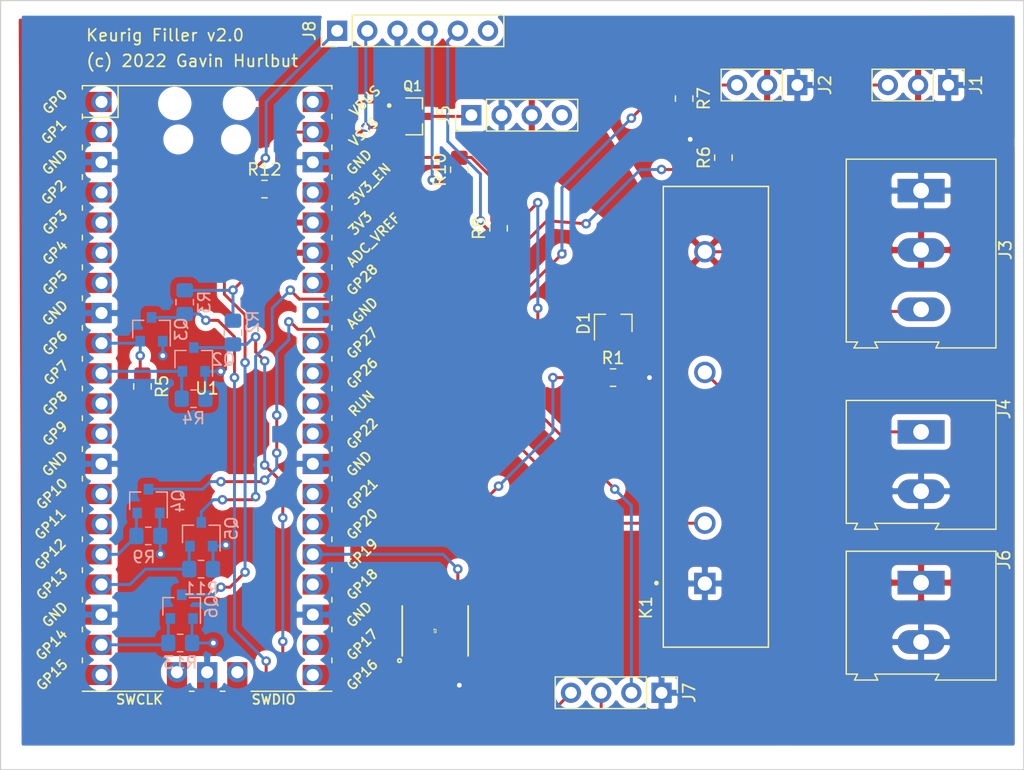
<source format=kicad_pcb>
(kicad_pcb (version 20171130) (host pcbnew "(5.1.9)-1")
  (layers (0 F.Cu signal) (31 B.Cu signal) (34 B.Paste user) (35 F.Paste user) (36 B.SilkS user) (37 F.SilkS user) (38 B.Mask user) (39 F.Mask user) (44 Edge.Cuts user))
  (net 0 "")
  (net 1 "Net-(D1-Pad1)")
  (net 2 FLOW_PULSE)
  (net 3 ADC1)
  (net 4 +3V3)
  (net 5 GND)
  (net 6 ADC0)
  (net 7 +12V)
  (net 8 "Net-(J5-Pad1)")
  (net 9 "Net-(J4-Pad1)")
  (net 10 PUMP_EN)
  (net 11 +5V)
  (net 12 VBUS)
  (net 13 "Net-(U1-Pad43)")
  (net 14 "Net-(U1-Pad41)")
  (net 15 MISO0)
  (net 16 SPI_CS0)
  (net 17 SCK0)
  (net 18 ~RESET)
  (net 19 "Net-(U1-Pad37)")
  (net 20 "Net-(U1-Pad20)")
  (net 21 "Net-(U1-Pad15)")
  (net 22 "Net-(U1-Pad14)")
  (net 23 "Net-(U1-Pad12)")
  (net 24 "Net-(U1-Pad11)")
  (net 25 SCL0)
  (net 26 SDA0)
  (net 27 "Net-(U1-Pad7)")
  (net 28 "Net-(U1-Pad6)")
  (net 29 "Net-(U1-Pad5)")
  (net 30 "Net-(U1-Pad4)")
  (net 31 UART_RX0)
  (net 32 UART_TX0)
  (net 33 SDA_5V)
  (net 34 SCL_5V)
  (net 35 MOSI0)
  (net 36 HC05_RX)
  (net 37 HC05_TX)
  (net 38 ~HC05_KEY)
  (net 39 ~UART_KEY)
  (net 40 "Net-(U1-Pad2)")
  (net 41 "Net-(U1-Pad1)")
  (net 42 "Net-(U1-Pad34)")
  (net 43 "Net-(U1-Pad27)")
  (module Resistor_SMD:R_0805_2012Metric_Pad1.20x1.40mm_HandSolder (layer B.Cu) (at 37.211 75.946)
    (fp_text reference R13 (at 0 1.65) (layer B.SilkS) (effects (justify mirror)))
    (fp_text value 4k7)
    (pad 2 smd roundrect (at 1 0) (size 1.2 1.4) (layers B.Cu B.Paste B.Mask) (roundrect_rratio 0.208333) (net 4 +3V3))
    (pad 1 smd roundrect (at -1 0) (size 1.2 1.4) (layers B.Cu B.Paste B.Mask) (roundrect_rratio 0.208333) (net 39 ~UART_KEY))
  )
  (module Resistor_SMD:R_0805_2012Metric_Pad1.20x1.40mm_HandSolder (layer F.Cu) (at 44.307 37.719)
    (fp_text reference R12 (at 0 -1.65) (layer F.SilkS))
    (fp_text value 4k7)
    (pad 2 smd roundrect (at 1 0) (size 1.2 1.4) (layers F.Cu F.Paste F.Mask) (roundrect_rratio 0.208333) (net 11 +5V))
    (pad 1 smd roundrect (at -1 0) (size 1.2 1.4) (layers F.Cu F.Paste F.Mask) (roundrect_rratio 0.208333) (net 38 ~HC05_KEY))
  )
  (module Resistor_SMD:R_0805_2012Metric_Pad1.20x1.40mm_HandSolder (layer B.Cu) (at 38.973 69.723)
    (fp_text reference R11 (at 0 1.65) (layer B.SilkS) (effects (justify mirror)))
    (fp_text value 4k7)
    (pad 2 smd roundrect (at 1 0) (size 1.2 1.4) (layers B.Cu B.Paste B.Mask) (roundrect_rratio 0.208333) (net 4 +3V3))
    (pad 1 smd roundrect (at -1 0) (size 1.2 1.4) (layers B.Cu B.Paste B.Mask) (roundrect_rratio 0.208333) (net 31 UART_RX0))
  )
  (module Resistor_SMD:R_0805_2012Metric_Pad1.20x1.40mm_HandSolder (layer F.Cu) (at 60.706 36.084 90)
    (fp_text reference R10 (at 0 -1.65 90) (layer F.SilkS))
    (fp_text value 4k7)
    (pad 2 smd roundrect (at 1 0 90) (size 1.2 1.4) (layers F.Cu F.Paste F.Mask) (roundrect_rratio 0.208333) (net 11 +5V))
    (pad 1 smd roundrect (at -1 0 90) (size 1.2 1.4) (layers F.Cu F.Paste F.Mask) (roundrect_rratio 0.208333) (net 37 HC05_TX))
  )
  (module Resistor_SMD:R_0805_2012Metric_Pad1.20x1.40mm_HandSolder (layer B.Cu) (at 34.528 66.929)
    (fp_text reference R9 (at -0.365 1.778) (layer B.SilkS) (effects (justify mirror)))
    (fp_text value 4k7)
    (pad 2 smd roundrect (at 1 0) (size 1.2 1.4) (layers B.Cu B.Paste B.Mask) (roundrect_rratio 0.208333) (net 4 +3V3))
    (pad 1 smd roundrect (at -1 0) (size 1.2 1.4) (layers B.Cu B.Paste B.Mask) (roundrect_rratio 0.208333) (net 32 UART_TX0))
  )
  (module Resistor_SMD:R_0805_2012Metric_Pad1.20x1.40mm_HandSolder (layer F.Cu) (at 64.008 41.021 90)
    (fp_text reference R8 (at 0 -1.65 90) (layer F.SilkS))
    (fp_text value 4k7)
    (pad 2 smd roundrect (at 1 0 90) (size 1.2 1.4) (layers F.Cu F.Paste F.Mask) (roundrect_rratio 0.208333) (net 11 +5V))
    (pad 1 smd roundrect (at -1 0 90) (size 1.2 1.4) (layers F.Cu F.Paste F.Mask) (roundrect_rratio 0.208333) (net 36 HC05_RX))
  )
  (module Package_TO_SOT_SMD:SOT-23 (layer B.Cu) (at 37.338 72.882 90)
    (fp_text reference Q6 (at 0 2.5 90) (layer B.SilkS) (effects (justify mirror)))
    (fp_text value 2N7002)
    (pad 3 smd rect (at 1 0 90) (size 0.9 0.8) (layers B.Cu B.Paste B.Mask) (net 38 ~HC05_KEY))
    (pad 2 smd rect (at -1 -0.95 90) (size 0.9 0.8) (layers B.Cu B.Paste B.Mask) (net 39 ~UART_KEY))
    (pad 1 smd rect (at -1 0.95 90) (size 0.9 0.8) (layers B.Cu B.Paste B.Mask) (net 4 +3V3))
  )
  (module Package_TO_SOT_SMD:SOT-23 (layer B.Cu) (at 38.989 66.786 90)
    (fp_text reference Q5 (at 0.492 2.54 90) (layer B.SilkS) (effects (justify mirror)))
    (fp_text value 2N7002)
    (pad 3 smd rect (at 1 0 90) (size 0.9 0.8) (layers B.Cu B.Paste B.Mask) (net 37 HC05_TX))
    (pad 2 smd rect (at -1 -0.95 90) (size 0.9 0.8) (layers B.Cu B.Paste B.Mask) (net 31 UART_RX0))
    (pad 1 smd rect (at -1 0.95 90) (size 0.9 0.8) (layers B.Cu B.Paste B.Mask) (net 4 +3V3))
  )
  (module Package_TO_SOT_SMD:SOT-23 (layer B.Cu) (at 34.544 63.992 90)
    (fp_text reference Q4 (at 0 2.5 90) (layer B.SilkS) (effects (justify mirror)))
    (fp_text value 2N7002)
    (pad 3 smd rect (at 1 0 90) (size 0.9 0.8) (layers B.Cu B.Paste B.Mask) (net 36 HC05_RX))
    (pad 2 smd rect (at -1 -0.95 90) (size 0.9 0.8) (layers B.Cu B.Paste B.Mask) (net 32 UART_TX0))
    (pad 1 smd rect (at -1 0.95 90) (size 0.9 0.8) (layers B.Cu B.Paste B.Mask) (net 4 +3V3))
  )
  (module Connector_PinHeader_2.54mm:PinHeader_1x06_P2.54mm_Vertical (layer F.Cu) (at 50.419 24.384 90)
    (fp_text reference J8 (at 0 -2.33 90) (layer F.SilkS))
    (fp_text value "To HC-05 Module")
    (pad 6 thru_hole oval (at 0 12.7 90) (size 1.7 1.7) (drill 1) (layers *.Cu *.Mask))
    (pad 5 thru_hole oval (at 0 10.16 90) (size 1.7 1.7) (drill 1) (layers *.Cu *.Mask) (net 36 HC05_RX))
    (pad 4 thru_hole oval (at 0 7.62 90) (size 1.7 1.7) (drill 1) (layers *.Cu *.Mask) (net 37 HC05_TX))
    (pad 3 thru_hole oval (at 0 5.08 90) (size 1.7 1.7) (drill 1) (layers *.Cu *.Mask) (net 5 GND))
    (pad 2 thru_hole oval (at 0 2.54 90) (size 1.7 1.7) (drill 1) (layers *.Cu *.Mask) (net 11 +5V))
    (pad 1 thru_hole rect (at 0 0 90) (size 1.7 1.7) (drill 1) (layers *.Cu *.Mask) (net 38 ~HC05_KEY))
  )
  (module "SnapEDA Library:SOIC127P600X155-8_R159_68_374R15" (layer F.Cu) (at 58.674 74.93 90)
    (fp_text reference U2 (at 0 0 90) (layer F.SilkS) (effects (font (size 0.2 0.2))))
    (fp_text value MB85RS64V)
    (pad 8 smd roundrect (at 2.665 -1.905 90) (size 1.59 0.68) (layers F.Cu F.Paste) (roundrect_rratio 0.17) (net 4 +3V3))
    (pad 7 smd roundrect (at 2.665 -0.635 90) (size 1.59 0.68) (layers F.Cu F.Paste) (roundrect_rratio 0.17) (net 4 +3V3))
    (pad 6 smd roundrect (at 2.665 0.635 90) (size 1.59 0.68) (layers F.Cu F.Paste) (roundrect_rratio 0.17) (net 17 SCK0))
    (pad 5 smd roundrect (at 2.665 1.905 90) (size 1.59 0.68) (layers F.Cu F.Paste) (roundrect_rratio 0.17) (net 35 MOSI0))
    (pad 4 smd roundrect (at -2.665 1.905 90) (size 1.59 0.68) (layers F.Cu F.Paste) (roundrect_rratio 0.17) (net 5 GND))
    (pad 3 smd roundrect (at -2.665 0.635 90) (size 1.59 0.68) (layers F.Cu F.Paste) (roundrect_rratio 0.17) (net 4 +3V3))
    (pad 2 smd roundrect (at -2.665 -0.635 90) (size 1.59 0.68) (layers F.Cu F.Paste) (roundrect_rratio 0.17) (net 15 MISO0))
    (pad 1 smd roundrect (at -2.665 -1.905 90) (size 1.59 0.68) (layers F.Cu F.Paste) (roundrect_rratio 0.17) (net 16 SPI_CS0))
  )
  (module Resistor_SMD:R_0805_2012Metric_Pad1.20x1.40mm_HandSolder (layer F.Cu) (at 79.629 30.099 270)
    (fp_text reference R7 (at 0 -1.65 90) (layer F.SilkS))
    (fp_text value 1k)
    (pad 2 smd roundrect (at 1 0 270) (size 1.2 1.4) (layers F.Cu F.Paste F.Mask) (roundrect_rratio 0.208333) (net 5 GND))
    (pad 1 smd roundrect (at -1 0 270) (size 1.2 1.4) (layers F.Cu F.Paste F.Mask) (roundrect_rratio 0.208333) (net 6 ADC0))
  )
  (module Resistor_SMD:R_0805_2012Metric_Pad1.20x1.40mm_HandSolder (layer F.Cu) (at 82.931 35.068 90)
    (fp_text reference R6 (at 0 -1.65 90) (layer F.SilkS))
    (fp_text value 1k)
    (pad 2 smd roundrect (at 1 0 90) (size 1.2 1.4) (layers F.Cu F.Paste F.Mask) (roundrect_rratio 0.208333) (net 5 GND))
    (pad 1 smd roundrect (at -1 0 90) (size 1.2 1.4) (layers F.Cu F.Paste F.Mask) (roundrect_rratio 0.208333) (net 3 ADC1))
  )
  (module Resistor_SMD:R_0805_2012Metric_Pad1.20x1.40mm_HandSolder (layer F.Cu) (at 34.036 54.34 270)
    (fp_text reference R5 (at 0 -1.65 90) (layer F.SilkS))
    (fp_text value 4k7)
    (pad 2 smd roundrect (at 1 0 270) (size 1.2 1.4) (layers F.Cu F.Paste F.Mask) (roundrect_rratio 0.208333) (net 4 +3V3))
    (pad 1 smd roundrect (at -1 0 270) (size 1.2 1.4) (layers F.Cu F.Paste F.Mask) (roundrect_rratio 0.208333) (net 26 SDA0))
  )
  (module Resistor_SMD:R_0805_2012Metric_Pad1.20x1.40mm_HandSolder (layer B.Cu) (at 38.338 55.372)
    (fp_text reference R4 (at 0 1.65) (layer B.SilkS) (effects (justify mirror)))
    (fp_text value 4k7)
    (pad 2 smd roundrect (at 1 0) (size 1.2 1.4) (layers B.Cu B.Paste B.Mask) (roundrect_rratio 0.208333) (net 4 +3V3))
    (pad 1 smd roundrect (at -1 0) (size 1.2 1.4) (layers B.Cu B.Paste B.Mask) (roundrect_rratio 0.208333) (net 25 SCL0))
  )
  (module Resistor_SMD:R_0805_2012Metric_Pad1.20x1.40mm_HandSolder (layer B.Cu) (at 37.592 47.244 90)
    (fp_text reference R3 (at 0 1.65 90) (layer B.SilkS) (effects (justify mirror)))
    (fp_text value 4k7)
    (pad 2 smd roundrect (at 1 0 90) (size 1.2 1.4) (layers B.Cu B.Paste B.Mask) (roundrect_rratio 0.208333) (net 11 +5V))
    (pad 1 smd roundrect (at -1 0 90) (size 1.2 1.4) (layers B.Cu B.Paste B.Mask) (roundrect_rratio 0.208333) (net 33 SDA_5V))
  )
  (module Resistor_SMD:R_0805_2012Metric_Pad1.20x1.40mm_HandSolder (layer B.Cu) (at 41.656 49.8 90)
    (fp_text reference R2 (at 0.905 1.65 90) (layer B.SilkS) (effects (justify mirror)))
    (fp_text value 4k7)
    (pad 2 smd roundrect (at 1 0 90) (size 1.2 1.4) (layers B.Cu B.Paste B.Mask) (roundrect_rratio 0.208333) (net 11 +5V))
    (pad 1 smd roundrect (at -1 0 90) (size 1.2 1.4) (layers B.Cu B.Paste B.Mask) (roundrect_rratio 0.208333) (net 34 SCL_5V))
  )
  (module Package_TO_SOT_SMD:SOT-23 (layer B.Cu) (at 34.798 49.53 90)
    (fp_text reference Q3 (at 0 2.5 90) (layer B.SilkS) (effects (justify mirror)))
    (fp_text value 2N7002)
    (pad 3 smd rect (at 1 0 90) (size 0.9 0.8) (layers B.Cu B.Paste B.Mask) (net 33 SDA_5V))
    (pad 2 smd rect (at -1 -0.95 90) (size 0.9 0.8) (layers B.Cu B.Paste B.Mask) (net 26 SDA0))
    (pad 1 smd rect (at -1 0.95 90) (size 0.9 0.8) (layers B.Cu B.Paste B.Mask) (net 4 +3V3))
  )
  (module Package_TO_SOT_SMD:SOT-23 (layer B.Cu) (at 38.354 52.07 90)
    (fp_text reference Q2 (at 0 2.5 180) (layer B.SilkS) (effects (justify mirror)))
    (fp_text value 2N7002)
    (pad 3 smd rect (at 1 0 90) (size 0.9 0.8) (layers B.Cu B.Paste B.Mask) (net 34 SCL_5V))
    (pad 2 smd rect (at -1 -0.95 90) (size 0.9 0.8) (layers B.Cu B.Paste B.Mask) (net 25 SCL0))
    (pad 1 smd rect (at -1 0.95 90) (size 0.9 0.8) (layers B.Cu B.Paste B.Mask) (net 4 +3V3))
  )
  (module Connector_PinHeader_2.54mm:PinHeader_1x04_P2.54mm_Vertical (layer F.Cu) (at 77.724 80.137 270)
    (fp_text reference J7 (at 0 -2.33 90) (layer F.SilkS))
    (fp_text value "To LCD Module")
    (pad 4 thru_hole oval (at 0 7.62 270) (size 1.7 1.7) (drill 1) (layers *.Cu *.Mask) (net 34 SCL_5V))
    (pad 3 thru_hole oval (at 0 5.08 270) (size 1.7 1.7) (drill 1) (layers *.Cu *.Mask) (net 33 SDA_5V))
    (pad 2 thru_hole oval (at 0 2.54 270) (size 1.7 1.7) (drill 1) (layers *.Cu *.Mask) (net 11 +5V))
    (pad 1 thru_hole rect (at 0 0 270) (size 1.7 1.7) (drill 1) (layers *.Cu *.Mask) (net 5 GND))
  )
  (module github-RP-Pico:RPi_Pico_SMD_TH (layer F.Cu) (at 39.48 54.508001)
    (fp_text reference U1 (at 0 0) (layer F.SilkS))
    (fp_text value Pico)
    (fp_text user SWDIO (at 5.6 26.2) (layer F.SilkS) (effects (font (size 0.8 0.8))))
    (fp_text user SWCLK (at -5.7 26.2) (layer F.SilkS) (effects (font (size 0.8 0.8))))
    (fp_text user AGND (at 13.054 -6.35 45) (layer F.SilkS) (effects (font (size 0.8 0.8))))
    (fp_text user GND (at 12.8 -19.05 45) (layer F.SilkS) (effects (font (size 0.8 0.8))))
    (fp_text user GND (at 12.8 6.35 45) (layer F.SilkS) (effects (font (size 0.8 0.8))))
    (fp_text user GND (at 12.8 19.05 45) (layer F.SilkS) (effects (font (size 0.8 0.8))))
    (fp_text user GND (at -12.8 19.05 45) (layer F.SilkS) (effects (font (size 0.8 0.8))))
    (fp_text user GND (at -12.8 6.35 45) (layer F.SilkS) (effects (font (size 0.8 0.8))))
    (fp_text user GND (at -12.8 -6.35 45) (layer F.SilkS) (effects (font (size 0.8 0.8))))
    (fp_text user GND (at -12.8 -19.05 45) (layer F.SilkS) (effects (font (size 0.8 0.8))))
    (fp_text user VBUS (at 13.3 -24.2 45) (layer F.SilkS) (effects (font (size 0.8 0.8))))
    (fp_text user VSYS (at 13.2 -21.59 45) (layer F.SilkS) (effects (font (size 0.8 0.8))))
    (fp_text user 3V3_EN (at 13.7 -17.2 45) (layer F.SilkS) (effects (font (size 0.8 0.8))))
    (fp_text user 3V3 (at 12.9 -13.9 45) (layer F.SilkS) (effects (font (size 0.8 0.8))))
    (fp_text user ADC_VREF (at 14 -12.5 45) (layer F.SilkS) (effects (font (size 0.8 0.8))))
    (fp_text user GP28 (at 13.054 -9.144 45) (layer F.SilkS) (effects (font (size 0.8 0.8))))
    (fp_text user GP27 (at 13.054 -3.8 45) (layer F.SilkS) (effects (font (size 0.8 0.8))))
    (fp_text user GP26 (at 13.054 -1.27 45) (layer F.SilkS) (effects (font (size 0.8 0.8))))
    (fp_text user RUN (at 13 1.27 45) (layer F.SilkS) (effects (font (size 0.8 0.8))))
    (fp_text user GP22 (at 13.054 3.81 45) (layer F.SilkS) (effects (font (size 0.8 0.8))))
    (fp_text user GP21 (at 13.054 8.9 45) (layer F.SilkS) (effects (font (size 0.8 0.8))))
    (fp_text user GP20 (at 13.054 11.43 45) (layer F.SilkS) (effects (font (size 0.8 0.8))))
    (fp_text user GP19 (at 13.054 13.97 45) (layer F.SilkS) (effects (font (size 0.8 0.8))))
    (fp_text user GP18 (at 13.054 16.51 45) (layer F.SilkS) (effects (font (size 0.8 0.8))))
    (fp_text user GP17 (at 13.054 21.59 45) (layer F.SilkS) (effects (font (size 0.8 0.8))))
    (fp_text user GP16 (at 13.054 24.13 45) (layer F.SilkS) (effects (font (size 0.8 0.8))))
    (fp_text user GP15 (at -13.054 24.13 45) (layer F.SilkS) (effects (font (size 0.8 0.8))))
    (fp_text user GP14 (at -13.1 21.59 45) (layer F.SilkS) (effects (font (size 0.8 0.8))))
    (fp_text user GP13 (at -13.054 16.51 45) (layer F.SilkS) (effects (font (size 0.8 0.8))))
    (fp_text user GP12 (at -13.2 13.97 45) (layer F.SilkS) (effects (font (size 0.8 0.8))))
    (fp_text user GP11 (at -13.2 11.43 45) (layer F.SilkS) (effects (font (size 0.8 0.8))))
    (fp_text user GP10 (at -13.054 8.89 45) (layer F.SilkS) (effects (font (size 0.8 0.8))))
    (fp_text user GP9 (at -12.8 3.81 45) (layer F.SilkS) (effects (font (size 0.8 0.8))))
    (fp_text user GP8 (at -12.8 1.27 45) (layer F.SilkS) (effects (font (size 0.8 0.8))))
    (fp_text user GP7 (at -12.7 -1.3 45) (layer F.SilkS) (effects (font (size 0.8 0.8))))
    (fp_text user GP6 (at -12.8 -3.81 45) (layer F.SilkS) (effects (font (size 0.8 0.8))))
    (fp_text user GP5 (at -12.8 -8.89 45) (layer F.SilkS) (effects (font (size 0.8 0.8))))
    (fp_text user GP4 (at -12.8 -11.43 45) (layer F.SilkS) (effects (font (size 0.8 0.8))))
    (fp_text user GP3 (at -12.8 -13.97 45) (layer F.SilkS) (effects (font (size 0.8 0.8))))
    (fp_text user GP0 (at -12.8 -24.13 45) (layer F.SilkS) (effects (font (size 0.8 0.8))))
    (fp_text user GP2 (at -12.9 -16.51 45) (layer F.SilkS) (effects (font (size 0.8 0.8))))
    (fp_text user GP1 (at -12.9 -21.6 45) (layer F.SilkS) (effects (font (size 0.8 0.8))))
    (pad 43 thru_hole oval (at 2.54 23.9) (size 1.7 1.7) (drill 1.02) (layers *.Cu *.Mask) (net 13 "Net-(U1-Pad43)"))
    (pad 43 smd rect (at 2.54 23.9 90) (size 3.5 1.7) (drill (offset -0.9 0)) (layers F.Cu F.Mask) (net 13 "Net-(U1-Pad43)"))
    (pad 42 thru_hole rect (at 0 23.9) (size 1.7 1.7) (drill 1.02) (layers *.Cu *.Mask) (net 5 GND))
    (pad 42 smd rect (at 0 23.9 90) (size 3.5 1.7) (drill (offset -0.9 0)) (layers F.Cu F.Mask) (net 5 GND))
    (pad 41 thru_hole oval (at -2.54 23.9) (size 1.7 1.7) (drill 1.02) (layers *.Cu *.Mask) (net 14 "Net-(U1-Pad41)"))
    (pad 41 smd rect (at -2.54 23.9 90) (size 3.5 1.7) (drill (offset -0.9 0)) (layers F.Cu F.Mask) (net 14 "Net-(U1-Pad41)"))
    (pad "" np_thru_hole oval (at 2.425 -20.97) (size 1.5 1.5) (drill 1.5) (layers *.Cu *.Mask))
    (pad "" np_thru_hole oval (at -2.425 -20.97) (size 1.5 1.5) (drill 1.5) (layers *.Cu *.Mask))
    (pad "" np_thru_hole oval (at 2.725 -24) (size 1.8 1.8) (drill 1.8) (layers *.Cu *.Mask))
    (pad "" np_thru_hole oval (at -2.725 -24) (size 1.8 1.8) (drill 1.8) (layers *.Cu *.Mask))
    (pad 21 smd rect (at 8.89 24.13) (size 3.5 1.7) (drill (offset 0.9 0)) (layers F.Cu F.Mask) (net 15 MISO0))
    (pad 22 smd rect (at 8.89 21.59) (size 3.5 1.7) (drill (offset 0.9 0)) (layers F.Cu F.Mask) (net 16 SPI_CS0))
    (pad 23 smd rect (at 8.89 19.05) (size 3.5 1.7) (drill (offset 0.9 0)) (layers F.Cu F.Mask) (net 5 GND))
    (pad 24 smd rect (at 8.89 16.51) (size 3.5 1.7) (drill (offset 0.9 0)) (layers F.Cu F.Mask) (net 17 SCK0))
    (pad 25 smd rect (at 8.89 13.97) (size 3.5 1.7) (drill (offset 0.9 0)) (layers F.Cu F.Mask) (net 35 MOSI0))
    (pad 26 smd rect (at 8.89 11.43) (size 3.5 1.7) (drill (offset 0.9 0)) (layers F.Cu F.Mask) (net 2 FLOW_PULSE))
    (pad 27 smd rect (at 8.89 8.89) (size 3.5 1.7) (drill (offset 0.9 0)) (layers F.Cu F.Mask) (net 43 "Net-(U1-Pad27)"))
    (pad 28 smd rect (at 8.89 6.35) (size 3.5 1.7) (drill (offset 0.9 0)) (layers F.Cu F.Mask) (net 5 GND))
    (pad 29 smd rect (at 8.89 3.81) (size 3.5 1.7) (drill (offset 0.9 0)) (layers F.Cu F.Mask) (net 10 PUMP_EN))
    (pad 30 smd rect (at 8.89 1.27) (size 3.5 1.7) (drill (offset 0.9 0)) (layers F.Cu F.Mask) (net 18 ~RESET))
    (pad 31 smd rect (at 8.89 -1.27) (size 3.5 1.7) (drill (offset 0.9 0)) (layers F.Cu F.Mask) (net 6 ADC0))
    (pad 32 smd rect (at 8.89 -3.81) (size 3.5 1.7) (drill (offset 0.9 0)) (layers F.Cu F.Mask) (net 3 ADC1))
    (pad 33 smd rect (at 8.89 -6.35) (size 3.5 1.7) (drill (offset 0.9 0)) (layers F.Cu F.Mask) (net 5 GND))
    (pad 34 smd rect (at 8.89 -8.89) (size 3.5 1.7) (drill (offset 0.9 0)) (layers F.Cu F.Mask) (net 42 "Net-(U1-Pad34)"))
    (pad 35 smd rect (at 8.89 -11.43) (size 3.5 1.7) (drill (offset 0.9 0)) (layers F.Cu F.Mask) (net 4 +3V3))
    (pad 36 smd rect (at 8.89 -13.97) (size 3.5 1.7) (drill (offset 0.9 0)) (layers F.Cu F.Mask) (net 4 +3V3))
    (pad 37 smd rect (at 8.89 -16.51) (size 3.5 1.7) (drill (offset 0.9 0)) (layers F.Cu F.Mask) (net 19 "Net-(U1-Pad37)"))
    (pad 38 smd rect (at 8.89 -19.05) (size 3.5 1.7) (drill (offset 0.9 0)) (layers F.Cu F.Mask) (net 5 GND))
    (pad 39 smd rect (at 8.89 -21.59) (size 3.5 1.7) (drill (offset 0.9 0)) (layers F.Cu F.Mask) (net 11 +5V))
    (pad 40 smd rect (at 8.89 -24.13) (size 3.5 1.7) (drill (offset 0.9 0)) (layers F.Cu F.Mask) (net 12 VBUS))
    (pad 20 smd rect (at -8.89 24.13) (size 3.5 1.7) (drill (offset -0.9 0)) (layers F.Cu F.Mask) (net 20 "Net-(U1-Pad20)"))
    (pad 19 smd rect (at -8.89 21.59) (size 3.5 1.7) (drill (offset -0.9 0)) (layers F.Cu F.Mask) (net 39 ~UART_KEY))
    (pad 18 smd rect (at -8.89 19.05) (size 3.5 1.7) (drill (offset -0.9 0)) (layers F.Cu F.Mask) (net 5 GND))
    (pad 17 smd rect (at -8.89 16.51) (size 3.5 1.7) (drill (offset -0.9 0)) (layers F.Cu F.Mask) (net 31 UART_RX0))
    (pad 16 smd rect (at -8.89 13.97) (size 3.5 1.7) (drill (offset -0.9 0)) (layers F.Cu F.Mask) (net 32 UART_TX0))
    (pad 15 smd rect (at -8.89 11.43) (size 3.5 1.7) (drill (offset -0.9 0)) (layers F.Cu F.Mask) (net 21 "Net-(U1-Pad15)"))
    (pad 14 smd rect (at -8.89 8.89) (size 3.5 1.7) (drill (offset -0.9 0)) (layers F.Cu F.Mask) (net 22 "Net-(U1-Pad14)"))
    (pad 13 smd rect (at -8.89 6.35) (size 3.5 1.7) (drill (offset -0.9 0)) (layers F.Cu F.Mask) (net 5 GND))
    (pad 12 smd rect (at -8.89 3.81) (size 3.5 1.7) (drill (offset -0.9 0)) (layers F.Cu F.Mask) (net 23 "Net-(U1-Pad12)"))
    (pad 11 smd rect (at -8.89 1.27) (size 3.5 1.7) (drill (offset -0.9 0)) (layers F.Cu F.Mask) (net 24 "Net-(U1-Pad11)"))
    (pad 10 smd rect (at -8.89 -1.27) (size 3.5 1.7) (drill (offset -0.9 0)) (layers F.Cu F.Mask) (net 25 SCL0))
    (pad 9 smd rect (at -8.89 -3.81) (size 3.5 1.7) (drill (offset -0.9 0)) (layers F.Cu F.Mask) (net 26 SDA0))
    (pad 8 smd rect (at -8.89 -6.35) (size 3.5 1.7) (drill (offset -0.9 0)) (layers F.Cu F.Mask) (net 5 GND))
    (pad 7 smd rect (at -8.89 -8.89) (size 3.5 1.7) (drill (offset -0.9 0)) (layers F.Cu F.Mask) (net 27 "Net-(U1-Pad7)"))
    (pad 6 smd rect (at -8.89 -11.43) (size 3.5 1.7) (drill (offset -0.9 0)) (layers F.Cu F.Mask) (net 28 "Net-(U1-Pad6)"))
    (pad 5 smd rect (at -8.89 -13.97) (size 3.5 1.7) (drill (offset -0.9 0)) (layers F.Cu F.Mask) (net 29 "Net-(U1-Pad5)"))
    (pad 4 smd rect (at -8.89 -16.51) (size 3.5 1.7) (drill (offset -0.9 0)) (layers F.Cu F.Mask) (net 30 "Net-(U1-Pad4)"))
    (pad 3 smd rect (at -8.89 -19.05) (size 3.5 1.7) (drill (offset -0.9 0)) (layers F.Cu F.Mask) (net 5 GND))
    (pad 2 smd rect (at -8.89 -21.59) (size 3.5 1.7) (drill (offset -0.9 0)) (layers F.Cu F.Mask) (net 40 "Net-(U1-Pad2)"))
    (pad 1 smd rect (at -8.89 -24.13) (size 3.5 1.7) (drill (offset -0.9 0)) (layers F.Cu F.Mask) (net 41 "Net-(U1-Pad1)"))
    (pad 40 thru_hole oval (at 8.89 -24.13) (size 1.7 1.7) (drill 1.02) (layers *.Cu *.Mask) (net 12 VBUS))
    (pad 39 thru_hole oval (at 8.89 -21.59) (size 1.7 1.7) (drill 1.02) (layers *.Cu *.Mask) (net 11 +5V))
    (pad 38 thru_hole rect (at 8.89 -19.05) (size 1.7 1.7) (drill 1.02) (layers *.Cu *.Mask) (net 5 GND))
    (pad 37 thru_hole oval (at 8.89 -16.51) (size 1.7 1.7) (drill 1.02) (layers *.Cu *.Mask) (net 19 "Net-(U1-Pad37)"))
    (pad 36 thru_hole oval (at 8.89 -13.97) (size 1.7 1.7) (drill 1.02) (layers *.Cu *.Mask) (net 4 +3V3))
    (pad 35 thru_hole oval (at 8.89 -11.43) (size 1.7 1.7) (drill 1.02) (layers *.Cu *.Mask) (net 4 +3V3))
    (pad 34 thru_hole oval (at 8.89 -8.89) (size 1.7 1.7) (drill 1.02) (layers *.Cu *.Mask) (net 42 "Net-(U1-Pad34)"))
    (pad 33 thru_hole rect (at 8.89 -6.35) (size 1.7 1.7) (drill 1.02) (layers *.Cu *.Mask) (net 5 GND))
    (pad 32 thru_hole oval (at 8.89 -3.81) (size 1.7 1.7) (drill 1.02) (layers *.Cu *.Mask) (net 3 ADC1))
    (pad 31 thru_hole oval (at 8.89 -1.27) (size 1.7 1.7) (drill 1.02) (layers *.Cu *.Mask) (net 6 ADC0))
    (pad 30 thru_hole oval (at 8.89 1.27) (size 1.7 1.7) (drill 1.02) (layers *.Cu *.Mask) (net 18 ~RESET))
    (pad 29 thru_hole oval (at 8.89 3.81) (size 1.7 1.7) (drill 1.02) (layers *.Cu *.Mask) (net 10 PUMP_EN))
    (pad 28 thru_hole rect (at 8.89 6.35) (size 1.7 1.7) (drill 1.02) (layers *.Cu *.Mask) (net 5 GND))
    (pad 27 thru_hole oval (at 8.89 8.89) (size 1.7 1.7) (drill 1.02) (layers *.Cu *.Mask) (net 43 "Net-(U1-Pad27)"))
    (pad 26 thru_hole oval (at 8.89 11.43) (size 1.7 1.7) (drill 1.02) (layers *.Cu *.Mask) (net 2 FLOW_PULSE))
    (pad 25 thru_hole oval (at 8.89 13.97) (size 1.7 1.7) (drill 1.02) (layers *.Cu *.Mask) (net 35 MOSI0))
    (pad 24 thru_hole oval (at 8.89 16.51) (size 1.7 1.7) (drill 1.02) (layers *.Cu *.Mask) (net 17 SCK0))
    (pad 23 thru_hole rect (at 8.89 19.05) (size 1.7 1.7) (drill 1.02) (layers *.Cu *.Mask) (net 5 GND))
    (pad 22 thru_hole oval (at 8.89 21.59) (size 1.7 1.7) (drill 1.02) (layers *.Cu *.Mask) (net 16 SPI_CS0))
    (pad 21 thru_hole oval (at 8.89 24.13) (size 1.7 1.7) (drill 1.02) (layers *.Cu *.Mask) (net 15 MISO0))
    (pad 20 thru_hole oval (at -8.89 24.13) (size 1.7 1.7) (drill 1.02) (layers *.Cu *.Mask) (net 20 "Net-(U1-Pad20)"))
    (pad 19 thru_hole oval (at -8.89 21.59) (size 1.7 1.7) (drill 1.02) (layers *.Cu *.Mask) (net 39 ~UART_KEY))
    (pad 18 thru_hole rect (at -8.89 19.05) (size 1.7 1.7) (drill 1.02) (layers *.Cu *.Mask) (net 5 GND))
    (pad 17 thru_hole oval (at -8.89 16.51) (size 1.7 1.7) (drill 1.02) (layers *.Cu *.Mask) (net 31 UART_RX0))
    (pad 16 thru_hole oval (at -8.89 13.97) (size 1.7 1.7) (drill 1.02) (layers *.Cu *.Mask) (net 32 UART_TX0))
    (pad 15 thru_hole oval (at -8.89 11.43) (size 1.7 1.7) (drill 1.02) (layers *.Cu *.Mask) (net 21 "Net-(U1-Pad15)"))
    (pad 14 thru_hole oval (at -8.89 8.89) (size 1.7 1.7) (drill 1.02) (layers *.Cu *.Mask) (net 22 "Net-(U1-Pad14)"))
    (pad 13 thru_hole rect (at -8.89 6.35) (size 1.7 1.7) (drill 1.02) (layers *.Cu *.Mask) (net 5 GND))
    (pad 12 thru_hole oval (at -8.89 3.81) (size 1.7 1.7) (drill 1.02) (layers *.Cu *.Mask) (net 23 "Net-(U1-Pad12)"))
    (pad 11 thru_hole oval (at -8.89 1.27) (size 1.7 1.7) (drill 1.02) (layers *.Cu *.Mask) (net 24 "Net-(U1-Pad11)"))
    (pad 10 thru_hole oval (at -8.89 -1.27) (size 1.7 1.7) (drill 1.02) (layers *.Cu *.Mask) (net 25 SCL0))
    (pad 9 thru_hole oval (at -8.89 -3.81) (size 1.7 1.7) (drill 1.02) (layers *.Cu *.Mask) (net 26 SDA0))
    (pad 8 thru_hole rect (at -8.89 -6.35) (size 1.7 1.7) (drill 1.02) (layers *.Cu *.Mask) (net 5 GND))
    (pad 7 thru_hole oval (at -8.89 -8.89) (size 1.7 1.7) (drill 1.02) (layers *.Cu *.Mask) (net 27 "Net-(U1-Pad7)"))
    (pad 6 thru_hole oval (at -8.89 -11.43) (size 1.7 1.7) (drill 1.02) (layers *.Cu *.Mask) (net 28 "Net-(U1-Pad6)"))
    (pad 5 thru_hole oval (at -8.89 -13.97) (size 1.7 1.7) (drill 1.02) (layers *.Cu *.Mask) (net 29 "Net-(U1-Pad5)"))
    (pad 4 thru_hole oval (at -8.89 -16.51) (size 1.7 1.7) (drill 1.02) (layers *.Cu *.Mask) (net 30 "Net-(U1-Pad4)"))
    (pad 3 thru_hole rect (at -8.89 -19.05) (size 1.7 1.7) (drill 1.02) (layers *.Cu *.Mask) (net 5 GND))
    (pad 2 thru_hole oval (at -8.89 -21.59) (size 1.7 1.7) (drill 1.02) (layers *.Cu *.Mask) (net 40 "Net-(U1-Pad2)"))
    (pad 1 thru_hole oval (at -8.89 -24.13) (size 1.7 1.7) (drill 1.02) (layers *.Cu *.Mask) (net 41 "Net-(U1-Pad1)"))
  )
  (module TerminalBlock:TerminalBlock_Altech_AK300-2_P5.00mm (layer F.Cu) (at 99.568 70.866 270)
    (fp_text reference J6 (at -1.92 -6.99 90) (layer F.SilkS))
    (fp_text value "To Power Adapter Jack")
    (pad 2 thru_hole oval (at 5 0 270) (size 1.98 3.96) (drill 1.32) (layers *.Cu *.Mask) (net 5 GND))
    (pad 1 thru_hole rect (at 0 0 270) (size 1.98 3.96) (drill 1.32) (layers *.Cu *.Mask) (net 7 +12V))
  )
  (module TerminalBlock:TerminalBlock_Altech_AK300-2_P5.00mm (layer F.Cu) (at 99.568 58.166 270)
    (fp_text reference J4 (at -1.92 -6.99 90) (layer F.SilkS))
    (fp_text value "To Water Pump")
    (pad 2 thru_hole oval (at 5 0 270) (size 1.98 3.96) (drill 1.32) (layers *.Cu *.Mask) (net 5 GND))
    (pad 1 thru_hole rect (at 0 0 270) (size 1.98 3.96) (drill 1.32) (layers *.Cu *.Mask) (net 9 "Net-(J4-Pad1)"))
  )
  (module TerminalBlock:TerminalBlock_Altech_AK300-3_P5.00mm (layer F.Cu) (at 99.568 37.846 270)
    (fp_text reference J3 (at 5 -7.1 90) (layer F.SilkS))
    (fp_text value "To Flow Sensor")
    (pad 3 thru_hole oval (at 10 0 270) (size 1.98 3.96) (drill 1.32) (layers *.Cu *.Mask) (net 1 "Net-(D1-Pad1)"))
    (pad 2 thru_hole oval (at 5 0 270) (size 1.98 3.96) (drill 1.32) (layers *.Cu *.Mask) (net 7 +12V))
    (pad 1 thru_hole rect (at 0 0 270) (size 1.98 3.96) (drill 1.32) (layers *.Cu *.Mask) (net 5 GND))
  )
  (module Resistor_SMD:R_0805_2012Metric_Pad1.20x1.40mm_HandSolder (layer F.Cu) (at 73.644 53.594)
    (fp_text reference R1 (at 0 -1.65) (layer F.SilkS))
    (fp_text value 10k)
    (pad 2 smd roundrect (at 1 0) (size 1.2 1.4) (layers F.Cu F.Paste F.Mask) (roundrect_rratio 0.2083325) (net 5 GND))
    (pad 1 smd roundrect (at -1 0) (size 1.2 1.4) (layers F.Cu F.Paste F.Mask) (roundrect_rratio 0.2083325) (net 2 FLOW_PULSE))
  )
  (module "SnapEDA Library:SOT91P240X110-3N_DMG2305UX-7" (layer F.Cu) (at 56.905 31.597)
    (fp_text reference Q1 (at -0.13 -2.548) (layer F.SilkS) (effects (font (size 0.8 0.8))))
    (fp_text value ‎SSM3J371R,LF‎)
    (pad 3 smd roundrect (at 1.025 0) (size 1.18 0.61) (layers F.Cu F.Paste F.Mask) (roundrect_rratio 0.08) (net 8 "Net-(J5-Pad1)"))
    (pad 2 smd roundrect (at -1.025 0.915) (size 1.18 0.61) (layers F.Cu F.Paste F.Mask) (roundrect_rratio 0.08) (net 11 +5V))
    (pad 1 smd roundrect (at -1.025 -0.915) (size 1.18 0.61) (layers F.Cu F.Paste F.Mask) (roundrect_rratio 0.08) (net 12 VBUS))
  )
  (module "SnapEDA Library:RELAY_KF0602D" (layer F.Cu) (at 82.296 56.896 90)
    (fp_text reference K1 (at -16.075 -5.885 90) (layer F.SilkS))
    (fp_text value KF0602D)
    (pad 4 thru_hole circle (at 13.9 -0.925 90) (size 1.8 1.8) (drill 1.2) (layers *.Cu *.Mask) (net 7 +12V))
    (pad 3 thru_hole circle (at 3.74 -0.925 90) (size 1.8 1.8) (drill 1.2) (layers *.Cu *.Mask) (net 9 "Net-(J4-Pad1)"))
    (pad 2 thru_hole circle (at -8.96 -0.925 90) (size 1.8 1.8) (drill 1.2) (layers *.Cu *.Mask) (net 10 PUMP_EN))
    (pad 1 thru_hole rect (at -14.04 -0.925 90) (size 1.8 1.8) (drill 1.2) (layers *.Cu *.Mask) (net 5 GND))
  )
  (module Connector_PinHeader_2.54mm:PinHeader_1x04_P2.54mm_Vertical (layer F.Cu) (at 61.722 31.496 90)
    (fp_text reference J5 (at 0 -2.33 90) (layer F.SilkS))
    (fp_text value "Voltage Regulator Board")
    (pad 4 thru_hole oval (at 0 7.62 90) (size 1.7 1.7) (drill 1) (layers *.Cu *.Mask))
    (pad 3 thru_hole oval (at 0 5.08 90) (size 1.7 1.7) (drill 1) (layers *.Cu *.Mask) (net 7 +12V))
    (pad 2 thru_hole oval (at 0 2.54 90) (size 1.7 1.7) (drill 1) (layers *.Cu *.Mask) (net 5 GND))
    (pad 1 thru_hole rect (at 0 0 90) (size 1.7 1.7) (drill 1) (layers *.Cu *.Mask) (net 8 "Net-(J5-Pad1)"))
  )
  (module Connector_PinHeader_2.54mm:PinHeader_1x03_P2.54mm_Vertical (layer F.Cu) (at 89.154 28.956 270)
    (fp_text reference J2 (at 0 -2.33 90) (layer F.SilkS))
    (fp_text value "To Level Sensor in Keurig")
    (pad 3 thru_hole oval (at 0 5.08 270) (size 1.7 1.7) (drill 1) (layers *.Cu *.Mask) (net 6 ADC0))
    (pad 2 thru_hole oval (at 0 2.54 270) (size 1.7 1.7) (drill 1) (layers *.Cu *.Mask) (net 4 +3V3))
    (pad 1 thru_hole rect (at 0 0 270) (size 1.7 1.7) (drill 1) (layers *.Cu *.Mask) (net 5 GND))
  )
  (module Connector_PinHeader_2.54mm:PinHeader_1x03_P2.54mm_Vertical (layer F.Cu) (at 101.854 28.956 270)
    (fp_text reference J1 (at 0 -2.33 90) (layer F.SilkS))
    (fp_text value "To Level Sensor in Source")
    (pad 3 thru_hole oval (at 0 5.08 270) (size 1.7 1.7) (drill 1) (layers *.Cu *.Mask) (net 3 ADC1))
    (pad 2 thru_hole oval (at 0 2.54 270) (size 1.7 1.7) (drill 1) (layers *.Cu *.Mask) (net 4 +3V3))
    (pad 1 thru_hole rect (at 0 0 270) (size 1.7 1.7) (drill 1) (layers *.Cu *.Mask) (net 5 GND))
  )
  (module Diode_SMD:D_SOT-23_ANK (layer F.Cu) (at 73.66 49.022 90)
    (fp_text reference D1 (at 0 -2.5 90) (layer F.SilkS))
    (fp_text value BZX84C3V3LT1G)
    (pad 1 smd rect (at 1 0 90) (size 0.9 0.8) (layers F.Cu F.Paste F.Mask) (net 1 "Net-(D1-Pad1)"))
    (pad "" smd rect (at -1 0.95 90) (size 0.9 0.8) (layers F.Cu F.Paste F.Mask))
    (pad 2 smd rect (at -1 -0.95 90) (size 0.9 0.8) (layers F.Cu F.Paste F.Mask) (net 2 FLOW_PULSE))
  )
  (gr_text "(c) 2022 Gavin Hurlbut" (at 38.227 26.924) (layer F.SilkS) (effects (font (size 1 1))))
  (gr_text "Keurig Filler v2.0" (at 35.941 24.765) (layer F.SilkS) (effects (font (size 1 1))))
  (gr_line (start 108.204 21.844) (end 108.204 86.614) (layer Edge.Cuts) (width 0.1))
  (gr_line (start 22.098 21.844) (end 108.204 21.844) (layer Edge.Cuts) (width 0.1))
  (gr_line (start 22.098 86.614) (end 22.098 21.844) (layer Edge.Cuts) (width 0.1))
  (gr_line (start 108.204 86.614) (end 22.098 86.614) (layer Edge.Cuts) (width 0.1))
  (segment (start 99.392 48.022) (end 99.568 47.846) (width 0.25) (layer F.Cu) (net 1))
  (segment (start 73.66 48.022) (end 99.392 48.022) (width 0.25) (layer F.Cu) (net 1))
  (segment (start 72.71 53.528) (end 72.644 53.594) (width 0.25) (layer F.Cu) (net 2))
  (segment (start 72.71 50.022) (end 72.71 53.528) (width 0.25) (layer F.Cu) (net 2))
  (segment (start 72.644 53.594) (end 68.58 53.594) (width 0.25) (layer F.Cu) (net 2))
  (via (at 68.58 53.594) (size 0.8) (drill 0.4) (layers F.Cu B.Cu) (net 2))
  (segment (start 68.58 53.594) (end 68.58 58.166) (width 0.25) (layer B.Cu) (net 2))
  (via (at 64.008 62.738) (size 0.8) (drill 0.4) (layers F.Cu B.Cu) (net 2))
  (segment (start 68.58 58.166) (end 64.008 62.738) (width 0.25) (layer B.Cu) (net 2))
  (segment (start 60.807999 65.938001) (end 48.37 65.938001) (width 0.25) (layer F.Cu) (net 2))
  (segment (start 64.008 62.738) (end 60.807999 65.938001) (width 0.25) (layer F.Cu) (net 2))
  (segment (start 57.759999 50.698001) (end 48.37 50.698001) (width 0.25) (layer F.Cu) (net 3))
  (segment (start 68.072 40.386) (end 57.759999 50.698001) (width 0.25) (layer F.Cu) (net 3))
  (segment (start 71.374 40.64) (end 68.072 40.386) (width 0.25) (layer F.Cu) (net 3))
  (via (at 71.374 40.64) (size 0.8) (drill 0.4) (layers F.Cu B.Cu) (net 3))
  (segment (start 75.946 36.068) (end 71.374 40.64) (width 0.25) (layer B.Cu) (net 3))
  (segment (start 77.724 36.068) (end 75.946 36.068) (width 0.25) (layer B.Cu) (net 3))
  (segment (start 94.488 28.956) (end 96.774 28.956) (width 0.25) (layer F.Cu) (net 3))
  (segment (start 87.376 36.068) (end 94.488 28.956) (width 0.25) (layer F.Cu) (net 3))
  (segment (start 77.724 36.068) (end 87.376 36.068) (width 0.25) (layer F.Cu) (net 3))
  (via (at 77.724 36.068) (size 0.8) (drill 0.4) (layers F.Cu B.Cu) (net 3))
  (segment (start 39.304 53.07) (end 40.624 53.07) (width 0.25) (layer B.Cu) (net 4))
  (via (at 40.624 53.07) (size 0.8) (drill 0.4) (layers F.Cu B.Cu) (net 4))
  (segment (start 35.748 50.53) (end 35.748 51.75) (width 0.25) (layer B.Cu) (net 4))
  (via (at 35.748 51.75) (size 0.8) (drill 0.4) (layers F.Cu B.Cu) (net 4))
  (segment (start 39.338 53.104) (end 39.304 53.07) (width 0.25) (layer B.Cu) (net 4))
  (segment (start 39.338 55.372) (end 39.338 53.104) (width 0.25) (layer B.Cu) (net 4))
  (segment (start 38.211 73.959) (end 38.288 73.882) (width 0.25) (layer B.Cu) (net 4))
  (segment (start 38.211 75.946) (end 38.211 73.959) (width 0.25) (layer B.Cu) (net 4))
  (segment (start 38.211 75.946) (end 40.005 75.946) (width 0.25) (layer B.Cu) (net 4))
  (via (at 40.005 75.946) (size 0.8) (drill 0.4) (layers F.Cu B.Cu) (net 4))
  (segment (start 39.973 67.82) (end 39.939 67.786) (width 0.25) (layer B.Cu) (net 4))
  (segment (start 39.973 69.723) (end 39.973 67.82) (width 0.25) (layer B.Cu) (net 4))
  (segment (start 39.939 67.786) (end 41.053 67.786) (width 0.25) (layer B.Cu) (net 4))
  (via (at 41.058 67.691) (size 0.8) (drill 0.4) (layers F.Cu B.Cu) (net 4))
  (segment (start 41.058 67.781) (end 41.058 67.691) (width 0.25) (layer B.Cu) (net 4))
  (segment (start 41.053 67.786) (end 41.058 67.781) (width 0.25) (layer B.Cu) (net 4))
  (segment (start 35.494 66.895) (end 35.528 66.929) (width 0.25) (layer B.Cu) (net 4))
  (segment (start 35.494 64.992) (end 35.494 66.895) (width 0.25) (layer B.Cu) (net 4))
  (via (at 35.56 68.453) (size 0.8) (drill 0.4) (layers F.Cu B.Cu) (net 4))
  (segment (start 35.528 68.421) (end 35.56 68.453) (width 0.25) (layer B.Cu) (net 4))
  (segment (start 35.528 66.929) (end 35.528 68.421) (width 0.25) (layer B.Cu) (net 4))
  (segment (start 74.644 53.594) (end 76.708 53.594) (width 0.25) (layer F.Cu) (net 5))
  (via (at 76.708 53.594) (size 0.8) (drill 0.4) (layers F.Cu B.Cu) (net 5))
  (via (at 60.706 79.502) (size 0.8) (drill 0.4) (layers F.Cu B.Cu) (net 5))
  (segment (start 60.579 79.375) (end 60.706 79.502) (width 0.25) (layer F.Cu) (net 5))
  (segment (start 60.579 77.595) (end 60.579 79.375) (width 0.25) (layer F.Cu) (net 5))
  (segment (start 82.931 34.068) (end 80.677 34.068) (width 0.25) (layer F.Cu) (net 5))
  (segment (start 79.629 33.02) (end 79.629 31.099) (width 0.25) (layer F.Cu) (net 5))
  (segment (start 80.677 34.068) (end 80.137 33.528) (width 0.25) (layer F.Cu) (net 5))
  (via (at 80.137 33.528) (size 0.8) (drill 0.4) (layers F.Cu B.Cu) (net 5))
  (segment (start 80.137 33.528) (end 79.629 33.02) (width 0.25) (layer F.Cu) (net 5))
  (segment (start 48.37 53.238001) (end 59.283999 53.238001) (width 0.25) (layer F.Cu) (net 6))
  (via (at 69.342 43.18) (size 0.8) (drill 0.4) (layers F.Cu B.Cu) (net 6))
  (segment (start 69.596 42.926) (end 69.342 43.18) (width 0.25) (layer F.Cu) (net 6))
  (segment (start 59.283999 53.238001) (end 69.342 43.18) (width 0.25) (layer F.Cu) (net 6))
  (segment (start 69.342 37.592) (end 69.342 43.18) (width 0.25) (layer B.Cu) (net 6))
  (segment (start 75.184 31.75) (end 69.342 37.592) (width 0.25) (layer B.Cu) (net 6))
  (via (at 75.184 31.75) (size 0.8) (drill 0.4) (layers F.Cu B.Cu) (net 6))
  (segment (start 79.772 28.956) (end 79.629 29.099) (width 0.25) (layer F.Cu) (net 6))
  (segment (start 84.074 28.956) (end 79.772 28.956) (width 0.25) (layer F.Cu) (net 6))
  (segment (start 75.184 31.75) (end 77.851 29.083) (width 0.25) (layer F.Cu) (net 6))
  (segment (start 79.613 29.083) (end 79.629 29.099) (width 0.25) (layer F.Cu) (net 6))
  (segment (start 77.851 29.083) (end 79.613 29.083) (width 0.25) (layer F.Cu) (net 6))
  (segment (start 99.418 42.996) (end 99.568 42.846) (width 0.25) (layer F.Cu) (net 7))
  (segment (start 81.371 42.996) (end 99.418 42.996) (width 0.25) (layer F.Cu) (net 7))
  (segment (start 61.621 31.597) (end 61.722 31.496) (width 0.25) (layer F.Cu) (net 8))
  (segment (start 57.93 31.597) (end 61.621 31.597) (width 0.25) (layer F.Cu) (net 8))
  (segment (start 86.381 58.166) (end 81.371 53.156) (width 0.25) (layer F.Cu) (net 9))
  (segment (start 99.568 58.166) (end 86.381 58.166) (width 0.25) (layer F.Cu) (net 9))
  (segment (start 81.371 65.856) (end 72.206 65.856) (width 0.25) (layer F.Cu) (net 10))
  (segment (start 64.668001 58.318001) (end 48.37 58.318001) (width 0.25) (layer F.Cu) (net 10))
  (segment (start 72.206 65.856) (end 64.668001 58.318001) (width 0.25) (layer F.Cu) (net 10))
  (segment (start 48.37 32.918001) (end 52.425999 32.918001) (width 0.25) (layer F.Cu) (net 11))
  (segment (start 52.832 32.512) (end 52.832 32.512) (width 0.25) (layer F.Cu) (net 11))
  (segment (start 52.425999 32.918001) (end 52.832 32.512) (width 0.25) (layer F.Cu) (net 11))
  (segment (start 55.88 32.512) (end 55.88 34.29) (width 0.25) (layer F.Cu) (net 11))
  (segment (start 41.656 48.8) (end 41.656 46.228) (width 0.25) (layer B.Cu) (net 11))
  (segment (start 41.64 46.244) (end 41.656 46.228) (width 0.25) (layer B.Cu) (net 11))
  (segment (start 37.592 46.244) (end 41.64 46.244) (width 0.25) (layer B.Cu) (net 11))
  (segment (start 41.656 46.228) (end 41.656 46.228) (width 0.25) (layer B.Cu) (net 11))
  (via (at 41.656 46.228) (size 0.8) (drill 0.4) (layers F.Cu B.Cu) (net 11))
  (segment (start 41.656 46.228) (end 45.339 42.545) (width 0.25) (layer F.Cu) (net 11))
  (segment (start 45.339 42.545) (end 45.339 34.163) (width 0.25) (layer F.Cu) (net 11))
  (segment (start 46.583999 32.918001) (end 48.37 32.918001) (width 0.25) (layer F.Cu) (net 11))
  (segment (start 45.339 34.163) (end 46.583999 32.918001) (width 0.25) (layer F.Cu) (net 11))
  (segment (start 52.832 32.512) (end 55.88 32.512) (width 0.25) (layer F.Cu) (net 11))
  (via (at 52.832 32.512) (size 0.8) (drill 0.4) (layers F.Cu B.Cu) (net 11))
  (segment (start 52.832 24.511) (end 52.959 24.384) (width 0.25) (layer B.Cu) (net 11))
  (segment (start 52.832 32.512) (end 52.832 24.511) (width 0.25) (layer B.Cu) (net 11))
  (segment (start 55.88 34.29) (end 56.642 35.052) (width 0.25) (layer F.Cu) (net 11))
  (segment (start 56.642 35.052) (end 61.722 35.052) (width 0.25) (layer F.Cu) (net 11))
  (segment (start 64.008 37.338) (end 64.008 40.021) (width 0.25) (layer F.Cu) (net 11))
  (segment (start 61.722 35.052) (end 64.008 37.338) (width 0.25) (layer F.Cu) (net 11))
  (segment (start 64.008 40.021) (end 65.77 40.021) (width 0.25) (layer F.Cu) (net 11))
  (via (at 67.31 38.862) (size 0.8) (drill 0.4) (layers F.Cu B.Cu) (net 11))
  (segment (start 66.151 40.021) (end 67.31 38.862) (width 0.25) (layer F.Cu) (net 11))
  (segment (start 65.77 40.021) (end 66.151 40.021) (width 0.25) (layer F.Cu) (net 11))
  (segment (start 67.31 38.862) (end 67.31 47.752) (width 0.25) (layer B.Cu) (net 11))
  (via (at 67.31 47.752) (size 0.8) (drill 0.4) (layers F.Cu B.Cu) (net 11))
  (via (at 73.787 62.992) (size 0.8) (drill 0.4) (layers F.Cu B.Cu) (net 11))
  (segment (start 67.31 56.515) (end 73.787 62.992) (width 0.25) (layer F.Cu) (net 11))
  (segment (start 67.31 47.752) (end 67.31 56.515) (width 0.25) (layer F.Cu) (net 11))
  (segment (start 75.184 64.389) (end 75.184 80.137) (width 0.25) (layer B.Cu) (net 11))
  (segment (start 73.787 62.992) (end 75.184 64.389) (width 0.25) (layer B.Cu) (net 11))
  (segment (start 48.37 30.378001) (end 53.492001 30.378001) (width 0.25) (layer F.Cu) (net 12))
  (segment (start 53.796 30.682) (end 55.88 30.682) (width 0.25) (layer F.Cu) (net 12))
  (segment (start 53.492001 30.378001) (end 53.796 30.682) (width 0.25) (layer F.Cu) (net 12))
  (segment (start 58.039 77.595) (end 58.039 79.375) (width 0.25) (layer F.Cu) (net 15))
  (segment (start 58.039 79.375) (end 57.404 80.01) (width 0.25) (layer F.Cu) (net 15))
  (segment (start 57.404 80.01) (end 53.34 80.01) (width 0.25) (layer F.Cu) (net 15))
  (segment (start 51.968001 78.638001) (end 48.37 78.638001) (width 0.25) (layer F.Cu) (net 15))
  (segment (start 53.34 80.01) (end 51.968001 78.638001) (width 0.25) (layer F.Cu) (net 15))
  (segment (start 56.769 77.595) (end 56.769 76.327) (width 0.25) (layer F.Cu) (net 16))
  (segment (start 56.540001 76.098001) (end 48.37 76.098001) (width 0.25) (layer F.Cu) (net 16))
  (segment (start 56.769 76.327) (end 56.540001 76.098001) (width 0.25) (layer F.Cu) (net 16))
  (segment (start 59.309 72.265) (end 59.309 73.533) (width 0.25) (layer F.Cu) (net 17))
  (segment (start 59.309 73.533) (end 58.928 73.914) (width 0.25) (layer F.Cu) (net 17))
  (segment (start 58.928 73.914) (end 55.626 73.914) (width 0.25) (layer F.Cu) (net 17))
  (segment (start 52.730001 71.018001) (end 48.37 71.018001) (width 0.25) (layer F.Cu) (net 17))
  (segment (start 55.626 73.914) (end 52.730001 71.018001) (width 0.25) (layer F.Cu) (net 17))
  (segment (start 30.758001 53.07) (end 30.59 53.238001) (width 0.25) (layer B.Cu) (net 25))
  (segment (start 37.404 53.07) (end 30.758001 53.07) (width 0.25) (layer B.Cu) (net 25))
  (segment (start 37.338 53.136) (end 37.404 53.07) (width 0.25) (layer B.Cu) (net 25))
  (segment (start 37.338 55.372) (end 37.338 53.136) (width 0.25) (layer B.Cu) (net 25))
  (segment (start 33.679999 50.698001) (end 33.848 50.53) (width 0.25) (layer B.Cu) (net 26))
  (segment (start 30.59 50.698001) (end 33.679999 50.698001) (width 0.25) (layer B.Cu) (net 26))
  (segment (start 33.848 50.53) (end 33.848 51.75) (width 0.25) (layer B.Cu) (net 26))
  (via (at 33.848 51.75) (size 0.8) (drill 0.4) (layers F.Cu B.Cu) (net 26))
  (segment (start 33.848 53.152) (end 34.036 53.34) (width 0.25) (layer F.Cu) (net 26))
  (segment (start 33.848 51.75) (end 33.848 53.152) (width 0.25) (layer F.Cu) (net 26))
  (segment (start 30.59 71.018001) (end 32.994999 71.018001) (width 0.25) (layer B.Cu) (net 31))
  (segment (start 34.29 69.723) (end 37.973 69.723) (width 0.25) (layer B.Cu) (net 31))
  (segment (start 32.994999 71.018001) (end 34.29 69.723) (width 0.25) (layer B.Cu) (net 31))
  (segment (start 37.973 67.852) (end 38.039 67.786) (width 0.25) (layer B.Cu) (net 31))
  (segment (start 37.973 69.723) (end 37.973 67.852) (width 0.25) (layer B.Cu) (net 31))
  (segment (start 31.978999 68.478001) (end 33.528 66.929) (width 0.25) (layer B.Cu) (net 32))
  (segment (start 30.59 68.478001) (end 31.978999 68.478001) (width 0.25) (layer B.Cu) (net 32))
  (segment (start 33.528 65.058) (end 33.594 64.992) (width 0.25) (layer B.Cu) (net 32))
  (segment (start 33.528 66.929) (end 33.528 65.058) (width 0.25) (layer B.Cu) (net 32))
  (segment (start 37.306 48.53) (end 37.592 48.244) (width 0.25) (layer B.Cu) (net 33))
  (segment (start 34.798 48.53) (end 37.306 48.53) (width 0.25) (layer B.Cu) (net 33))
  (segment (start 37.592 48.244) (end 38.846 48.244) (width 0.25) (layer B.Cu) (net 33))
  (segment (start 38.846 48.244) (end 39.37 48.768) (width 0.25) (layer B.Cu) (net 33))
  (via (at 39.37 48.768) (size 0.8) (drill 0.4) (layers F.Cu B.Cu) (net 33))
  (segment (start 45.72 83.058) (end 71.374 83.058) (width 0.25) (layer F.Cu) (net 33))
  (segment (start 44.45 81.788) (end 45.72 83.058) (width 0.25) (layer F.Cu) (net 33))
  (segment (start 44.45 77.47) (end 44.45 77.47) (width 0.25) (layer F.Cu) (net 33))
  (segment (start 71.374 83.058) (end 72.644 81.788) (width 0.25) (layer F.Cu) (net 33))
  (segment (start 72.644 81.788) (end 72.644 80.01) (width 0.25) (layer F.Cu) (net 33))
  (segment (start 44.45 77.47) (end 44.45 81.788) (width 0.25) (layer F.Cu) (net 33))
  (via (at 44.45 77.47) (size 0.8) (drill 0.4) (layers F.Cu B.Cu) (net 33))
  (segment (start 40.386 48.768) (end 39.37 48.768) (width 0.25) (layer F.Cu) (net 33))
  (segment (start 41.783 50.165) (end 40.386 48.768) (width 0.25) (layer F.Cu) (net 33))
  (segment (start 41.783 53.594) (end 41.783 50.165) (width 0.25) (layer F.Cu) (net 33))
  (segment (start 41.783 74.803) (end 44.45 77.47) (width 0.25) (layer B.Cu) (net 33))
  (segment (start 41.783 53.594) (end 41.783 74.803) (width 0.25) (layer B.Cu) (net 33))
  (via (at 41.783 53.594) (size 0.8) (drill 0.4) (layers F.Cu B.Cu) (net 33))
  (segment (start 41.386 51.07) (end 41.656 50.8) (width 0.25) (layer B.Cu) (net 34))
  (segment (start 38.354 51.07) (end 41.386 51.07) (width 0.25) (layer B.Cu) (net 34))
  (segment (start 67.945 82.296) (end 70.104 80.137) (width 0.25) (layer F.Cu) (net 34))
  (segment (start 46.736 82.296) (end 67.945 82.296) (width 0.25) (layer F.Cu) (net 34))
  (segment (start 45.847 81.407) (end 46.736 82.296) (width 0.25) (layer F.Cu) (net 34))
  (segment (start 45.847 75.819) (end 45.847 81.407) (width 0.25) (layer F.Cu) (net 34))
  (via (at 45.847 75.819) (size 0.8) (drill 0.4) (layers F.Cu B.Cu) (net 34))
  (segment (start 41.656 50.8) (end 42.799 50.8) (width 0.25) (layer B.Cu) (net 34))
  (via (at 43.561 50.165) (size 0.8) (drill 0.4) (layers F.Cu B.Cu) (net 34))
  (segment (start 43.434 50.165) (end 43.561 50.165) (width 0.25) (layer B.Cu) (net 34))
  (segment (start 42.799 50.8) (end 43.434 50.165) (width 0.25) (layer B.Cu) (net 34))
  (segment (start 45.847 65.405) (end 45.847 75.819) (width 0.25) (layer B.Cu) (net 34))
  (via (at 44.323 52.197) (size 0.8) (drill 0.4) (layers F.Cu B.Cu) (net 34))
  (segment (start 43.561 51.435) (end 44.323 52.197) (width 0.25) (layer F.Cu) (net 34))
  (segment (start 43.561 50.165) (end 43.561 51.435) (width 0.25) (layer F.Cu) (net 34))
  (via (at 44.323 60.96) (size 0.8) (drill 0.4) (layers F.Cu B.Cu) (net 34))
  (segment (start 44.323 52.197) (end 44.323 60.96) (width 0.25) (layer B.Cu) (net 34))
  (segment (start 45.847 62.484) (end 45.847 65.405) (width 0.25) (layer F.Cu) (net 34))
  (segment (start 44.323 60.96) (end 45.847 62.484) (width 0.25) (layer F.Cu) (net 34))
  (via (at 45.847 65.405) (size 0.8) (drill 0.4) (layers F.Cu B.Cu) (net 34))
  (segment (start 60.579 72.265) (end 60.579 69.723) (width 0.25) (layer F.Cu) (net 35))
  (segment (start 59.334001 68.478001) (end 48.37 68.478001) (width 0.25) (layer B.Cu) (net 35))
  (segment (start 60.579 69.723) (end 60.579 69.723) (width 0.25) (layer F.Cu) (net 35))
  (segment (start 60.579 69.723) (end 59.334001 68.478001) (width 0.25) (layer B.Cu) (net 35))
  (via (at 60.579 69.723) (size 0.8) (drill 0.4) (layers F.Cu B.Cu) (net 35))
  (segment (start 34.544 62.992) (end 39.116 62.992) (width 0.25) (layer B.Cu) (net 36))
  (via (at 40.64 62.357) (size 0.8) (drill 0.4) (layers F.Cu B.Cu) (net 36))
  (segment (start 39.751 62.357) (end 40.64 62.357) (width 0.25) (layer B.Cu) (net 36))
  (segment (start 39.116 62.992) (end 39.751 62.357) (width 0.25) (layer B.Cu) (net 36))
  (segment (start 56.506 49.523) (end 64.008 42.021) (width 0.25) (layer F.Cu) (net 36))
  (segment (start 47.259999 49.523) (end 56.506 49.523) (width 0.25) (layer F.Cu) (net 36))
  (segment (start 64.008 42.021) (end 63.992 42.021) (width 0.25) (layer F.Cu) (net 36))
  (via (at 62.484 40.386) (size 0.8) (drill 0.4) (layers F.Cu B.Cu) (net 36))
  (segment (start 62.484 40.513) (end 62.484 40.386) (width 0.25) (layer F.Cu) (net 36))
  (segment (start 63.992 42.021) (end 62.484 40.513) (width 0.25) (layer F.Cu) (net 36))
  (segment (start 62.484 40.386) (end 62.484 36.449) (width 0.25) (layer B.Cu) (net 36))
  (segment (start 59.729001 25.233999) (end 60.579 24.384) (width 0.25) (layer B.Cu) (net 36))
  (segment (start 59.729001 33.694001) (end 59.729001 25.233999) (width 0.25) (layer B.Cu) (net 36))
  (segment (start 62.484 36.449) (end 59.729001 33.694001) (width 0.25) (layer B.Cu) (net 36))
  (segment (start 47.259999 49.523) (end 47.11 49.523) (width 0.25) (layer F.Cu) (net 36))
  (via (at 46.355 48.895) (size 0.8) (drill 0.4) (layers F.Cu B.Cu) (net 36))
  (segment (start 46.482 48.895) (end 46.355 48.895) (width 0.25) (layer F.Cu) (net 36))
  (segment (start 47.11 49.523) (end 46.482 48.895) (width 0.25) (layer F.Cu) (net 36))
  (segment (start 44.323 62.357) (end 40.64 62.357) (width 0.25) (layer F.Cu) (net 36))
  (segment (start 44.323 62.23) (end 44.323 62.357) (width 0.25) (layer F.Cu) (net 36))
  (via (at 44.323 62.23) (size 0.8) (drill 0.4) (layers F.Cu B.Cu) (net 36))
  (segment (start 46.355 48.895) (end 46.355 50.419) (width 0.25) (layer B.Cu) (net 36))
  (segment (start 44.323 62.23) (end 45.339 61.214) (width 0.25) (layer B.Cu) (net 36))
  (via (at 45.339 59.944) (size 0.8) (drill 0.4) (layers F.Cu B.Cu) (net 36))
  (segment (start 45.339 61.214) (end 45.339 59.944) (width 0.25) (layer B.Cu) (net 36))
  (via (at 45.339 56.769) (size 0.8) (drill 0.4) (layers F.Cu B.Cu) (net 36))
  (segment (start 45.339 59.944) (end 45.339 56.769) (width 0.25) (layer F.Cu) (net 36))
  (segment (start 45.339 51.435) (end 46.355 50.419) (width 0.25) (layer B.Cu) (net 36))
  (segment (start 45.339 56.769) (end 45.339 51.435) (width 0.25) (layer B.Cu) (net 36))
  (segment (start 38.989 65.786) (end 38.989 64.897) (width 0.25) (layer B.Cu) (net 37))
  (via (at 40.767 63.881) (size 0.8) (drill 0.4) (layers F.Cu B.Cu) (net 37))
  (segment (start 40.005 63.881) (end 40.767 63.881) (width 0.25) (layer B.Cu) (net 37))
  (segment (start 38.989 64.897) (end 40.005 63.881) (width 0.25) (layer B.Cu) (net 37))
  (via (at 43.561 63.627) (size 0.8) (drill 0.4) (layers F.Cu B.Cu) (net 37))
  (segment (start 43.307 63.881) (end 43.561 63.627) (width 0.25) (layer F.Cu) (net 37))
  (segment (start 40.767 63.881) (end 43.307 63.881) (width 0.25) (layer F.Cu) (net 37))
  (via (at 58.42 36.957) (size 0.8) (drill 0.4) (layers F.Cu B.Cu) (net 37))
  (segment (start 58.293 37.084) (end 58.42 36.957) (width 0.25) (layer F.Cu) (net 37))
  (segment (start 58.293 37.240003) (end 58.293 37.084) (width 0.25) (layer F.Cu) (net 37))
  (segment (start 58.42 24.765) (end 58.039 24.384) (width 0.25) (layer B.Cu) (net 37))
  (segment (start 58.42 36.957) (end 58.42 24.765) (width 0.25) (layer B.Cu) (net 37))
  (segment (start 47.259999 46.983) (end 51.809 46.983) (width 0.25) (layer F.Cu) (net 37))
  (segment (start 51.809 46.983) (end 51.816 46.99) (width 0.25) (layer F.Cu) (net 37))
  (segment (start 51.816 46.99) (end 55.88 46.99) (width 0.25) (layer F.Cu) (net 37))
  (segment (start 60.706 42.164) (end 60.706 37.084) (width 0.25) (layer F.Cu) (net 37))
  (segment (start 55.88 46.99) (end 60.706 42.164) (width 0.25) (layer F.Cu) (net 37))
  (segment (start 58.547 37.084) (end 58.42 36.957) (width 0.25) (layer F.Cu) (net 37))
  (segment (start 60.706 37.084) (end 58.547 37.084) (width 0.25) (layer F.Cu) (net 37))
  (segment (start 47.259999 46.983) (end 47.237 46.983) (width 0.25) (layer F.Cu) (net 37))
  (via (at 46.482 46.228) (size 0.8) (drill 0.4) (layers F.Cu B.Cu) (net 37))
  (segment (start 47.237 46.983) (end 46.482 46.228) (width 0.25) (layer F.Cu) (net 37))
  (segment (start 44.958 50.419) (end 43.561 51.816) (width 0.25) (layer B.Cu) (net 37))
  (segment (start 43.561 51.816) (end 43.561 63.627) (width 0.25) (layer B.Cu) (net 37))
  (segment (start 44.958 47.752) (end 44.958 50.419) (width 0.25) (layer B.Cu) (net 37))
  (segment (start 46.482 46.228) (end 44.958 47.752) (width 0.25) (layer B.Cu) (net 37))
  (segment (start 43.307 37.719) (end 43.307 36.195) (width 0.25) (layer F.Cu) (net 38))
  (segment (start 43.307 36.195) (end 44.3865 35.1155) (width 0.25) (layer F.Cu) (net 38))
  (segment (start 44.45 30.353) (end 50.419 24.384) (width 0.25) (layer B.Cu) (net 38))
  (segment (start 44.45 35.052) (end 44.45 30.353) (width 0.25) (layer B.Cu) (net 38))
  (segment (start 37.338 71.882) (end 40.005 71.882) (width 0.25) (layer B.Cu) (net 38))
  (segment (start 40.005 71.882) (end 40.64 71.247) (width 0.25) (layer B.Cu) (net 38))
  (segment (start 40.64 71.247) (end 40.64 71.247) (width 0.25) (layer B.Cu) (net 38))
  (via (at 40.64 71.247) (size 0.8) (drill 0.4) (layers F.Cu B.Cu) (net 38))
  (segment (start 40.64 71.247) (end 41.402 71.247) (width 0.25) (layer F.Cu) (net 38))
  (via (at 42.672 69.977) (size 0.8) (drill 0.4) (layers F.Cu B.Cu) (net 38))
  (segment (start 41.402 71.247) (end 42.672 69.977) (width 0.25) (layer F.Cu) (net 38))
  (segment (start 42.672 69.977) (end 42.672 52.324) (width 0.25) (layer B.Cu) (net 38))
  (segment (start 40.930999 40.095001) (end 43.307 37.719) (width 0.25) (layer F.Cu) (net 38))
  (segment (start 40.930999 46.576001) (end 40.930999 40.095001) (width 0.25) (layer F.Cu) (net 38))
  (segment (start 42.672 48.317002) (end 40.930999 46.576001) (width 0.25) (layer F.Cu) (net 38))
  (segment (start 42.672 52.324) (end 42.672 48.317002) (width 0.25) (layer F.Cu) (net 38))
  (via (at 42.672 52.324) (size 0.8) (drill 0.4) (layers F.Cu B.Cu) (net 38))
  (segment (start 44.3865 35.1155) (end 44.45 35.052) (width 0.25) (layer F.Cu) (net 38))
  (via (at 44.3865 35.1155) (size 0.8) (drill 0.4) (layers F.Cu B.Cu) (net 38))
  (segment (start 36.058999 76.098001) (end 36.211 75.946) (width 0.25) (layer B.Cu) (net 39))
  (segment (start 30.59 76.098001) (end 36.058999 76.098001) (width 0.25) (layer B.Cu) (net 39))
  (segment (start 36.211 74.059) (end 36.388 73.882) (width 0.25) (layer B.Cu) (net 39))
  (segment (start 36.211 75.946) (end 36.211 74.059) (width 0.25) (layer B.Cu) (net 39))
  (zone (net 5) (net_name GND) (layer B.Cu) (connect_pads (clearance 0.508)) (min_thickness 0.254) (fill yes (arc_segments 32) (thermal_gap 0.508) (thermal_bridge_width 0.508))
    (polygon (pts (xy 107.442 84.582) (xy 23.876 84.582) (xy 23.876 23.114) (xy 107.442 23.114)))
  )
  (zone (net 4) (net_name +3V3) (layer F.Cu) (connect_pads (clearance 0.508)) (min_thickness 0.254) (fill yes (arc_segments 32) (thermal_gap 0.508) (thermal_bridge_width 0.508))
    (polygon (pts (xy 107.442 32.004) (xy 107.442 33.528) (xy 92.71 33.528) (xy 88.9 36.83) (xy 76.2 37.084) (xy 71.12 28.702) (xy 64.262 28.702) (xy 64.262 34.036) (xy 72.898 40.894) (xy 77.47 44.45) (xy 77.724 56.642) (xy 87.63 63.5) (xy 87.63 84.582) (xy 23.876 84.582) (xy 23.622 23.368) (xy 107.442 23.114)))
  )
  (zone (net 7) (net_name +12V) (layer F.Cu) (connect_pads (clearance 0.508)) (min_thickness 0.254) (fill yes (arc_segments 32) (thermal_gap 0.508) (thermal_bridge_width 0.508))
    (polygon (pts (xy 107.442 84.582) (xy 88.392 84.582) (xy 88.392 62.992) (xy 78.232 56.134) (xy 78.232 44.45) (xy 64.77 33.782) (xy 64.77 29.21) (xy 70.866 29.21) (xy 75.946 37.592) (xy 88.9 37.592) (xy 92.964 34.036) (xy 107.442 34.036)))
  )
  (zone (net 0) (net_name "") (layer F.Cu) (connect_pads (clearance 0.508)) (min_thickness 0.254)
    (keepout (tracks not_allowed) (vias not_allowed) (copperpour not_allowed))
    (fill (arc_segments 32) (thermal_gap 0.508) (thermal_bridge_width 0.508))
    (polygon (pts (xy 35.433 28.575) (xy 43.815 28.575) (xy 43.815 34.798) (xy 38.735 34.798) (xy 38.735 43.688) (xy 35.433 43.688)))
  )
)
</source>
